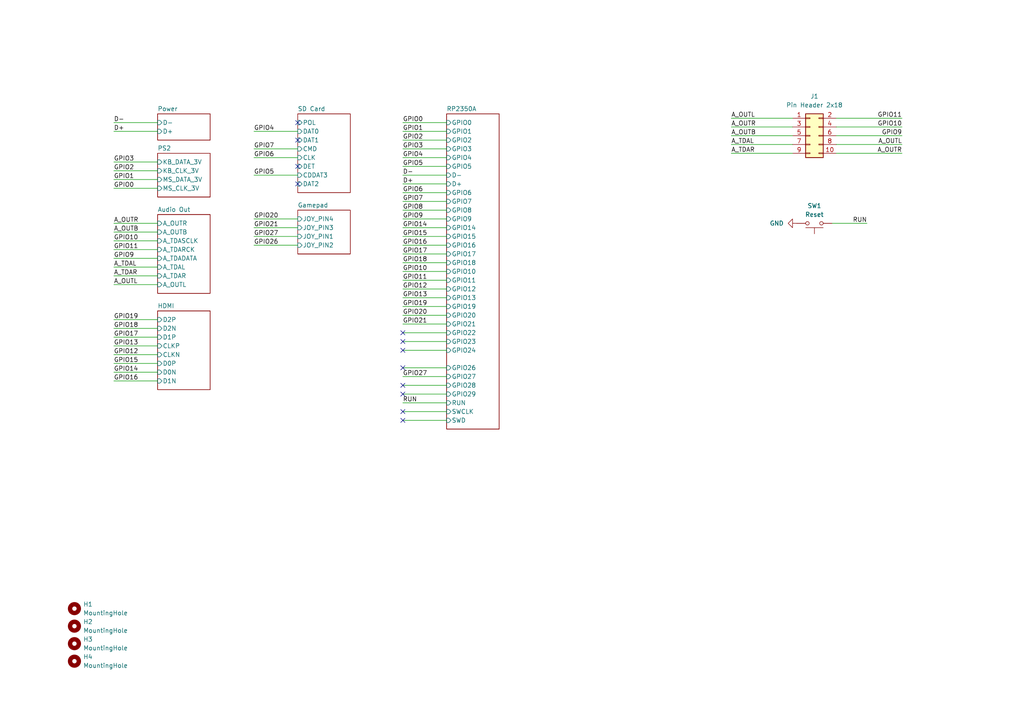
<source format=kicad_sch>
(kicad_sch (version 20250114) (generator "eeschema") (generator_version "9.0")
  (paper "A4")
  (title_block (title "MiniFRANK RM2E") (date "2025-03-08") (rev "1.00") (company "Mikhail Matveev") (comment 1 "https://github.com/xtremespb/frank"))
  (lib_symbols
    (symbol "Connector_Generic:Conn_02x05_Odd_Even" (pin_names (offset 1.016) (hide yes))
      (property "Reference" "J" (at 1.27 7.62 0))
      (property "Value" "Conn_02x05_Odd_Even" (at 1.27 -7.62 0))
      (symbol "Conn_02x05_Odd_Even_1_1"
        (rectangle (start -1.27 6.35) (end 3.81 -6.35) (stroke (width 0.254)) (fill (type background)))
        (rectangle (start -1.27 5.207) (end 0 4.953) (stroke (width 0.1524)))
        (rectangle (start -1.27 2.667) (end 0 2.413) (stroke (width 0.1524)))
        (rectangle (start -1.27 0.127) (end 0 -0.127) (stroke (width 0.1524)))
        (rectangle (start -1.27 -2.413) (end 0 -2.667) (stroke (width 0.1524)))
        (rectangle (start -1.27 -4.953) (end 0 -5.207) (stroke (width 0.1524)))
        (rectangle (start 3.81 5.207) (end 2.54 4.953) (stroke (width 0.1524)))
        (rectangle (start 3.81 2.667) (end 2.54 2.413) (stroke (width 0.1524)))
        (rectangle (start 3.81 0.127) (end 2.54 -0.127) (stroke (width 0.1524)))
        (rectangle (start 3.81 -2.413) (end 2.54 -2.667) (stroke (width 0.1524)))
        (rectangle (start 3.81 -4.953) (end 2.54 -5.207) (stroke (width 0.1524)))
        (pin passive line (at -5.08 5.08 0) (length 3.81) (name "Pin_1") (number "1"))
        (pin passive line (at -5.08 2.54 0) (length 3.81) (name "Pin_3") (number "3"))
        (pin passive line (at -5.08 0 0) (length 3.81) (name "Pin_5") (number "5"))
        (pin passive line (at -5.08 -2.54 0) (length 3.81) (name "Pin_7") (number "7"))
        (pin passive line (at -5.08 -5.08 0) (length 3.81) (name "Pin_9") (number "9"))
        (pin passive line (at 7.62 5.08 180) (length 3.81) (name "Pin_2") (number "2"))
        (pin passive line (at 7.62 2.54 180) (length 3.81) (name "Pin_4") (number "4"))
        (pin passive line (at 7.62 0 180) (length 3.81) (name "Pin_6") (number "6"))
        (pin passive line (at 7.62 -2.54 180) (length 3.81) (name "Pin_8") (number "8"))
        (pin passive line (at 7.62 -5.08 180) (length 3.81) (name "Pin_10") (number "10"))
      )
    )
    (symbol "GND_1" (power) (pin_numbers (hide yes)) (pin_names (offset 0) (hide yes))
      (property "Value" "GND" (at 0 -3.81 0))
      (symbol "GND_1_0_1"
        (polyline (pts (xy 0 0) (xy 0 -1.27) (xy 1.27 -1.27) (xy 0 -2.54) (xy -1.27 -1.27) (xy 0 -1.27)))
      )
      (symbol "GND_1_1_1"
        (pin power_in line (at 0 0 270) (length 0) (name "~") (number "1"))
      )
    )
    (symbol "Mechanical:MountingHole" (pin_names (offset 1.016)) (exclude_from_sim yes) (in_bom no)
      (property "Reference" "H" (at 0 5.08 0))
      (property "Value" "MountingHole" (at 0 3.175 0))
      (symbol "MountingHole_0_1"
        (circle (center 0 0) (radius 1.27) (stroke (width 1.27)))
      )
    )
    (symbol "Switch:SW_Push" (pin_numbers (hide yes)) (pin_names (offset 1.016) (hide yes))
      (property "Reference" "SW" (at 1.27 2.54 0))
      (property "Value" "SW_Push" (at 0 -1.524 0))
      (symbol "SW_Push_0_1"
        (circle (center -2.032 0) (radius 0.508))
        (polyline (pts (xy 0 1.27) (xy 0 3.048)))
        (circle (center 2.032 0) (radius 0.508))
        (polyline (pts (xy 2.54 1.27) (xy -2.54 1.27)))
        (pin passive line (at -5.08 0 0) (length 2.54) (name "1") (number "1"))
        (pin passive line (at 5.08 0 180) (length 2.54) (name "2") (number "2"))
      )
    )
  )
  (no_connect (at 116.84 99.06))
  (no_connect (at 86.36 53.34))
  (no_connect (at 116.84 119.38))
  (no_connect (at 116.84 96.52))
  (no_connect (at 116.84 101.6))
  (no_connect (at 86.36 40.64))
  (no_connect (at 116.84 106.68))
  (no_connect (at 86.36 48.26))
  (no_connect (at 86.36 35.56))
  (no_connect (at 116.84 111.76))
  (no_connect (at 116.84 114.3))
  (no_connect (at 116.84 121.92))
  (wire (pts (xy 33.02 67.31) (xy 45.72 67.31)))
  (wire (pts (xy 33.02 69.85) (xy 45.72 69.85)))
  (wire (pts (xy 116.84 81.28) (xy 129.54 81.28)))
  (wire (pts (xy 116.84 38.1) (xy 129.54 38.1)))
  (wire (pts (xy 116.84 114.3) (xy 129.54 114.3)))
  (wire (pts (xy 116.84 60.96) (xy 129.54 60.96)))
  (wire (pts (xy 116.84 91.44) (xy 129.54 91.44)))
  (wire (pts (xy 212.09 41.91) (xy 229.87 41.91)))
  (wire (pts (xy 116.84 63.5) (xy 129.54 63.5)))
  (wire (pts (xy 33.02 110.49) (xy 45.72 110.49)))
  (wire (pts (xy 241.3 64.77) (xy 251.46 64.77)))
  (wire (pts (xy 33.02 82.55) (xy 45.72 82.55)))
  (wire (pts (xy 33.02 54.61) (xy 45.72 54.61)))
  (wire (pts (xy 116.84 106.68) (xy 129.54 106.68)))
  (wire (pts (xy 33.02 64.77) (xy 45.72 64.77)))
  (wire (pts (xy 33.02 105.41) (xy 45.72 105.41)))
  (wire (pts (xy 33.02 95.25) (xy 45.72 95.25)))
  (wire (pts (xy 33.02 46.99) (xy 45.72 46.99)))
  (wire (pts (xy 116.84 109.22) (xy 129.54 109.22)))
  (wire (pts (xy 33.02 92.71) (xy 45.72 92.71)))
  (wire (pts (xy 33.02 100.33) (xy 45.72 100.33)))
  (wire (pts (xy 116.84 50.8) (xy 129.54 50.8)))
  (wire (pts (xy 33.02 77.47) (xy 45.72 77.47)))
  (wire (pts (xy 73.66 43.18) (xy 86.36 43.18)))
  (wire (pts (xy 212.09 44.45) (xy 229.87 44.45)))
  (wire (pts (xy 116.84 116.84) (xy 129.54 116.84)))
  (wire (pts (xy 33.02 72.39) (xy 45.72 72.39)))
  (wire (pts (xy 116.84 121.92) (xy 129.54 121.92)))
  (wire (pts (xy 33.02 38.1) (xy 45.72 38.1)))
  (wire (pts (xy 116.84 86.36) (xy 129.54 86.36)))
  (wire (pts (xy 116.84 101.6) (xy 129.54 101.6)))
  (wire (pts (xy 116.84 48.26) (xy 129.54 48.26)))
  (wire (pts (xy 33.02 49.53) (xy 45.72 49.53)))
  (wire (pts (xy 116.84 96.52) (xy 129.54 96.52)))
  (wire (pts (xy 116.84 35.56) (xy 129.54 35.56)))
  (wire (pts (xy 73.66 68.58) (xy 86.36 68.58)))
  (wire (pts (xy 116.84 76.2) (xy 129.54 76.2)))
  (wire (pts (xy 116.84 55.88) (xy 129.54 55.88)))
  (wire (pts (xy 33.02 35.56) (xy 45.72 35.56)))
  (wire (pts (xy 33.02 97.79) (xy 45.72 97.79)))
  (wire (pts (xy 242.57 36.83) (xy 261.62 36.83)))
  (wire (pts (xy 116.84 93.98) (xy 129.54 93.98)))
  (wire (pts (xy 33.02 107.95) (xy 45.72 107.95)))
  (wire (pts (xy 73.66 63.5) (xy 86.36 63.5)))
  (wire (pts (xy 116.84 45.72) (xy 129.54 45.72)))
  (wire (pts (xy 116.84 58.42) (xy 129.54 58.42)))
  (wire (pts (xy 73.66 38.1) (xy 86.36 38.1)))
  (wire (pts (xy 73.66 66.04) (xy 86.36 66.04)))
  (wire (pts (xy 116.84 53.34) (xy 129.54 53.34)))
  (wire (pts (xy 116.84 88.9) (xy 129.54 88.9)))
  (wire (pts (xy 116.84 43.18) (xy 129.54 43.18)))
  (wire (pts (xy 242.57 34.29) (xy 261.62 34.29)))
  (wire (pts (xy 116.84 68.58) (xy 129.54 68.58)))
  (wire (pts (xy 116.84 40.64) (xy 129.54 40.64)))
  (wire (pts (xy 212.09 36.83) (xy 229.87 36.83)))
  (wire (pts (xy 116.84 99.06) (xy 129.54 99.06)))
  (wire (pts (xy 33.02 102.87) (xy 45.72 102.87)))
  (wire (pts (xy 116.84 119.38) (xy 129.54 119.38)))
  (wire (pts (xy 73.66 71.12) (xy 86.36 71.12)))
  (wire (pts (xy 33.02 52.07) (xy 45.72 52.07)))
  (wire (pts (xy 212.09 39.37) (xy 229.87 39.37)))
  (wire (pts (xy 242.57 39.37) (xy 261.62 39.37)))
  (wire (pts (xy 242.57 44.45) (xy 261.62 44.45)))
  (wire (pts (xy 116.84 71.12) (xy 129.54 71.12)))
  (wire (pts (xy 73.66 50.8) (xy 86.36 50.8)))
  (wire (pts (xy 33.02 74.93) (xy 45.72 74.93)))
  (wire (pts (xy 242.57 41.91) (xy 261.62 41.91)))
  (wire (pts (xy 116.84 66.04) (xy 129.54 66.04)))
  (wire (pts (xy 212.09 34.29) (xy 229.87 34.29)))
  (wire (pts (xy 116.84 73.66) (xy 129.54 73.66)))
  (wire (pts (xy 73.66 45.72) (xy 86.36 45.72)))
  (wire (pts (xy 33.02 80.01) (xy 45.72 80.01)))
  (wire (pts (xy 116.84 111.76) (xy 129.54 111.76)))
  (wire (pts (xy 116.84 83.82) (xy 129.54 83.82)))
  (wire (pts (xy 116.84 78.74) (xy 129.54 78.74)))
  (label "GPIO6" (at 73.66 45.72 0))
  (label "GPIO8" (at 116.84 60.96 0))
  (label "A_TDAL" (at 212.09 41.91 0))
  (label "GPIO19" (at 116.84 88.9 0))
  (label "GPIO26" (at 73.66 71.12 0))
  (label "GPIO16" (at 116.84 71.12 0))
  (label "D+" (at 33.02 38.1 0))
  (label "GPIO9" (at 116.84 63.5 0))
  (label "GPIO5" (at 116.84 48.26 0))
  (label "GPIO18" (at 33.02 95.25 0))
  (label "GPIO12" (at 116.84 83.82 0))
  (label "RUN" (at 116.84 116.84 0))
  (label "GPIO13" (at 33.02 100.33 0))
  (label "GPIO11" (at 33.02 72.39 0))
  (label "GPIO18" (at 116.84 76.2 0))
  (label "GPIO11" (at 116.84 81.28 0))
  (label "GPIO16" (at 33.02 110.49 0))
  (label "GPIO10" (at 33.02 69.85 0))
  (label "GPIO21" (at 116.84 93.98 0))
  (label "GPIO5" (at 73.66 50.8 0))
  (label "A_OUTR" (at 33.02 64.77 0))
  (label "GPIO15" (at 116.84 68.58 0))
  (label "GPIO4" (at 73.66 38.1 0))
  (label "A_TDAR" (at 212.09 44.45 0))
  (label "GPIO27" (at 116.84 109.22 0))
  (label "GPIO15" (at 33.02 105.41 0))
  (label "A_OUTL" (at 261.62 41.91 180))
  (label "GPIO9" (at 33.02 74.93 0))
  (label "GPIO14" (at 116.84 66.04 0))
  (label "GPIO13" (at 116.84 86.36 0))
  (label "GPIO4" (at 116.84 45.72 0))
  (label "GPIO3" (at 33.02 46.99 0))
  (label "GPIO14" (at 33.02 107.95 0))
  (label "GPIO0" (at 116.84 35.56 0))
  (label "GPIO10" (at 261.62 36.83 180))
  (label "GPIO11" (at 261.62 34.29 180))
  (label "GPIO7" (at 73.66 43.18 0))
  (label "GPIO12" (at 33.02 102.87 0))
  (label "GPIO17" (at 33.02 97.79 0))
  (label "GPIO3" (at 116.84 43.18 0))
  (label "GPIO27" (at 73.66 68.58 0))
  (label "GPIO9" (at 261.62 39.37 180))
  (label "GPIO20" (at 116.84 91.44 0))
  (label "GPIO1" (at 116.84 38.1 0))
  (label "A_OUTB" (at 212.09 39.37 0))
  (label "GPIO7" (at 116.84 58.42 0))
  (label "A_TDAL" (at 33.02 77.47 0))
  (label "GPIO10" (at 116.84 78.74 0))
  (label "A_OUTL" (at 33.02 82.55 0))
  (label "A_OUTR" (at 261.62 44.45 180))
  (label "GPIO1" (at 33.02 52.07 0))
  (label "RUN" (at 251.46 64.77 180))
  (label "GPIO20" (at 73.66 63.5 0))
  (label "D-" (at 33.02 35.56 0))
  (label "GPIO21" (at 73.66 66.04 0))
  (label "A_OUTL" (at 212.09 34.29 0))
  (label "D+" (at 116.84 53.34 0))
  (label "GPIO17" (at 116.84 73.66 0))
  (label "GPIO19" (at 33.02 92.71 0))
  (label "GPIO2" (at 116.84 40.64 0))
  (label "A_OUTR" (at 212.09 36.83 0))
  (label "GPIO2" (at 33.02 49.53 0))
  (label "D-" (at 116.84 50.8 0))
  (label "A_TDAR" (at 33.02 80.01 0))
  (label "A_OUTB" (at 33.02 67.31 0))
  (label "GPIO6" (at 116.84 55.88 0))
  (label "GPIO0" (at 33.02 54.61 0))
  (symbol (lib_name "GND_1") (lib_id "power:GND") (at 231.14 64.77 270) (unit 1)
    (property "Reference" "#PWR01" (effects (hide yes)))
    (property "Value" "GND" (at 227.33 64.7699 90) (effects (justify right)))
    (property "Description" "Power symbol creates a global label with name \"GND\" , ground" (effects (hide yes)))
  )
  (symbol (lib_id "Connector_Generic:Conn_02x05_Odd_Even") (at 234.95 39.37 0) (unit 1)
    (property "Reference" "J1" (at 236.22 27.94 0))
    (property "Value" "Pin Header 2x18" (at 236.22 30.48 0))
    (property "Footprint" "FRANK:DIP Switch (5x5)" (effects (hide yes)))
    (property "Description" "Generic connector, double row, 02x05, odd/even pin numbering scheme (row 1 odd numbers, row 2 even numbers), script generated (kicad-library-utils/schlib/autogen/connector/)" (effects (hide yes)))
    (property "AliExpress" "https://www.aliexpress.com/item/1005006804478835.html" (effects (hide yes)))
  )
  (symbol (lib_id "Switch:SW_Push") (at 236.22 64.77 180) (unit 1)
    (property "Reference" "SW1" (at 236.22 59.69 0))
    (property "Value" "Reset" (at 236.22 62.23 0))
    (property "Footprint" "FRANK:Button (SMD, 3x3mm, 1-1)" (effects (hide yes)))
    (property "Datasheet" "https://www.sohantech.com/3x3x1-5-push-button-switch-product/" (effects (hide yes)))
    (property "AliExpress" "https://www.aliexpress.com/item/1005007359248990.html" (effects (hide yes)))
  )
  (symbol (lib_id "Mechanical:MountingHole") (at 21.59 186.69 0) (unit 1) (exclude_from_sim yes) (in_bom no)
    (property "Reference" "H3" (at 24.13 185.4199 0) (effects (justify left)))
    (property "Value" "MountingHole" (at 24.13 187.9599 0) (effects (justify left)))
    (property "Footprint" "FRANK:Mounting Hole (2.7mm)" (effects (hide yes)))
    (property "Description" "Mounting Hole without connection" (effects (hide yes)))
  )
  (symbol (lib_id "Mechanical:MountingHole") (at 21.59 181.61 0) (unit 1) (exclude_from_sim yes) (in_bom no)
    (property "Reference" "H2" (at 24.13 180.3399 0) (effects (justify left)))
    (property "Value" "MountingHole" (at 24.13 182.8799 0) (effects (justify left)))
    (property "Footprint" "FRANK:Mounting Hole (2.7mm)" (effects (hide yes)))
    (property "Description" "Mounting Hole without connection" (effects (hide yes)))
  )
  (symbol (lib_id "Mechanical:MountingHole") (at 21.59 191.77 0) (unit 1) (exclude_from_sim yes) (in_bom no)
    (property "Reference" "H4" (at 24.13 190.4999 0) (effects (justify left)))
    (property "Value" "MountingHole" (at 24.13 193.0399 0) (effects (justify left)))
    (property "Footprint" "FRANK:Mounting Hole (2.7mm)" (effects (hide yes)))
    (property "Description" "Mounting Hole without connection" (effects (hide yes)))
  )
  (symbol (lib_id "Mechanical:MountingHole") (at 21.59 176.53 0) (unit 1) (exclude_from_sim yes) (in_bom no)
    (property "Reference" "H1" (at 24.13 175.2599 0) (effects (justify left)))
    (property "Value" "MountingHole" (at 24.13 177.7999 0) (effects (justify left)))
    (property "Footprint" "FRANK:Mounting Hole (2.7mm)" (effects (hide yes)))
    (property "Description" "Mounting Hole without connection" (effects (hide yes)))
  )
  (sheet (at 45.72 44.45) (size 15.24 12.7) (stroke (width 0.1524))
    (property "Sheetname" "PS2" (at 45.72 43.7384 0) (effects (justify left bottom)))
    (property "Sheetfile" "ps2.kicad_sch" (effects (hide yes)))
    (pin "KB_DATA_3V" input (at 45.72 46.99 180))
    (pin "KB_CLK_3V" input (at 45.72 49.53 180))
    (pin "MS_DATA_3V" input (at 45.72 52.07 180))
    (pin "MS_CLK_3V" input (at 45.72 54.61 180))
  )
  (sheet (at 45.72 90.17) (size 15.24 22.86) (stroke (width 0.1524))
    (property "Sheetname" "HDMI" (at 45.72 89.4584 0) (effects (justify left bottom)))
    (property "Sheetfile" "hdmi.kicad_sch" (effects (hide yes)))
    (pin "D2P" input (at 45.72 92.71 180))
    (pin "D2N" input (at 45.72 95.25 180))
    (pin "D1P" input (at 45.72 97.79 180))
    (pin "CLKP" input (at 45.72 100.33 180))
    (pin "CLKN" input (at 45.72 102.87 180))
    (pin "D0P" input (at 45.72 105.41 180))
    (pin "D0N" input (at 45.72 107.95 180))
    (pin "D1N" input (at 45.72 110.49 180))
  )
  (sheet (at 86.36 33.02) (size 15.24 22.86) (stroke (width 0.1524))
    (property "Sheetname" "SD Card" (at 86.36 32.3084 0) (effects (justify left bottom)))
    (property "Sheetfile" "sd.kicad_sch" (effects (hide yes)))
    (pin "POL" input (at 86.36 35.56 180))
    (pin "DAT0" input (at 86.36 38.1 180))
    (pin "DAT1" input (at 86.36 40.64 180))
    (pin "CMD" input (at 86.36 43.18 180))
    (pin "CLK" input (at 86.36 45.72 180))
    (pin "DET" input (at 86.36 48.26 180))
    (pin "CDDAT3" input (at 86.36 50.8 180))
    (pin "DAT2" input (at 86.36 53.34 180))
  )
  (sheet (at 45.72 33.02) (size 15.24 7.62) (stroke (width 0.1524))
    (property "Sheetname" "Power" (at 45.72 32.3084 0) (effects (justify left bottom)))
    (property "Sheetfile" "power.kicad_sch" (effects (hide yes)))
    (pin "D-" input (at 45.72 35.56 180))
    (pin "D+" input (at 45.72 38.1 180))
  )
  (sheet (at 129.54 33.02) (size 15.24 91.44) (stroke (width 0.1524))
    (property "Sheetname" "RP2350A" (at 129.54 32.3084 0) (effects (justify left bottom)))
    (property "Sheetfile" "rp2350a.kicad_sch" (effects (hide yes)))
    (pin "GPIO0" input (at 129.54 35.56 180))
    (pin "GPIO1" input (at 129.54 38.1 180))
    (pin "GPIO2" input (at 129.54 40.64 180))
    (pin "GPIO3" input (at 129.54 43.18 180))
    (pin "GPIO4" input (at 129.54 45.72 180))
    (pin "GPIO5" input (at 129.54 48.26 180))
    (pin "D-" input (at 129.54 50.8 180))
    (pin "D+" input (at 129.54 53.34 180))
    (pin "GPIO6" input (at 129.54 55.88 180))
    (pin "GPIO7" input (at 129.54 58.42 180))
    (pin "GPIO8" input (at 129.54 60.96 180))
    (pin "GPIO9" input (at 129.54 63.5 180))
    (pin "GPIO14" input (at 129.54 66.04 180))
    (pin "GPIO15" input (at 129.54 68.58 180))
    (pin "GPIO16" input (at 129.54 71.12 180))
    (pin "GPIO17" input (at 129.54 73.66 180))
    (pin "GPIO18" input (at 129.54 76.2 180))
    (pin "GPIO10" input (at 129.54 78.74 180))
    (pin "GPIO11" input (at 129.54 81.28 180))
    (pin "GPIO12" input (at 129.54 83.82 180))
    (pin "GPIO13" input (at 129.54 86.36 180))
    (pin "GPIO19" input (at 129.54 88.9 180))
    (pin "GPIO20" input (at 129.54 91.44 180))
    (pin "GPIO21" input (at 129.54 93.98 180))
    (pin "GPIO22" input (at 129.54 96.52 180))
    (pin "GPIO23" input (at 129.54 99.06 180))
    (pin "GPIO24" input (at 129.54 101.6 180))
    (pin "GPIO26" input (at 129.54 106.68 180))
    (pin "GPIO27" input (at 129.54 109.22 180))
    (pin "GPIO28" input (at 129.54 111.76 180))
    (pin "GPIO29" input (at 129.54 114.3 180))
    (pin "RUN" input (at 129.54 116.84 180))
    (pin "SWCLK" input (at 129.54 119.38 180))
    (pin "SWD" input (at 129.54 121.92 180))
  )
  (sheet (at 86.36 60.96) (size 15.24 12.7) (stroke (width 0.1524))
    (property "Sheetname" "Gamepad" (at 86.36 60.2484 0) (effects (justify left bottom)))
    (property "Sheetfile" "gamepad.kicad_sch" (effects (hide yes)))
    (pin "JOY_PIN4" input (at 86.36 63.5 180))
    (pin "JOY_PIN3" input (at 86.36 66.04 180))
    (pin "JOY_PIN1" input (at 86.36 68.58 180))
    (pin "JOY_PIN2" input (at 86.36 71.12 180))
  )
  (sheet (at 45.72 62.23) (size 15.24 22.86) (stroke (width 0.1524))
    (property "Sheetname" "Audio Out" (at 45.72 61.5184 0) (effects (justify left bottom)))
    (property "Sheetfile" "audio_out_m1.kicad_sch" (effects (hide yes)))
    (pin "A_OUTR" input (at 45.72 64.77 180))
    (pin "A_OUTB" input (at 45.72 67.31 180))
    (pin "A_TDASCLK" input (at 45.72 69.85 180))
    (pin "A_TDARCK" input (at 45.72 72.39 180))
    (pin "A_TDADATA" input (at 45.72 74.93 180))
    (pin "A_TDAL" input (at 45.72 77.47 180))
    (pin "A_TDAR" input (at 45.72 80.01 180))
    (pin "A_OUTL" input (at 45.72 82.55 180))
  )
)
</source>
